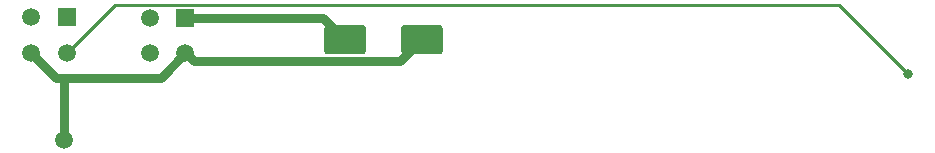
<source format=gbr>
%TF.GenerationSoftware,KiCad,Pcbnew,(5.1.6)-1*%
%TF.CreationDate,2020-11-25T18:04:35+11:00*%
%TF.ProjectId,Left Circuit Breaker PCB V1,4c656674-2043-4697-9263-756974204272,rev?*%
%TF.SameCoordinates,Original*%
%TF.FileFunction,Copper,L2,Bot*%
%TF.FilePolarity,Positive*%
%FSLAX46Y46*%
G04 Gerber Fmt 4.6, Leading zero omitted, Abs format (unit mm)*
G04 Created by KiCad (PCBNEW (5.1.6)-1) date 2020-11-25 18:04:35*
%MOMM*%
%LPD*%
G01*
G04 APERTURE LIST*
%TA.AperFunction,ComponentPad*%
%ADD10C,1.520000*%
%TD*%
%TA.AperFunction,ComponentPad*%
%ADD11R,1.520000X1.520000*%
%TD*%
%TA.AperFunction,ViaPad*%
%ADD12C,1.500000*%
%TD*%
%TA.AperFunction,ViaPad*%
%ADD13C,0.800000*%
%TD*%
%TA.AperFunction,Conductor*%
%ADD14C,0.750000*%
%TD*%
%TA.AperFunction,Conductor*%
%ADD15C,0.250000*%
%TD*%
G04 APERTURE END LIST*
D10*
%TO.P,J2,4*%
%TO.N,/LEDGND*%
X117777001Y-63350399D03*
%TO.P,J2,3*%
%TO.N,Net-(D14-Pad2)*%
X120777000Y-63350399D03*
%TO.P,J2,2*%
%TO.N,/LED+5V*%
X117777001Y-60350400D03*
D11*
%TO.P,J2,1*%
%TO.N,Net-(J1-Pad2)*%
X120777000Y-60350400D03*
%TD*%
D10*
%TO.P,J1,4*%
%TO.N,Net-(D1-Pad4)*%
X127835001Y-63375799D03*
%TO.P,J1,3*%
%TO.N,/LEDGND*%
X130835000Y-63375799D03*
%TO.P,J1,2*%
%TO.N,Net-(J1-Pad2)*%
X127835001Y-60375800D03*
D11*
%TO.P,J1,1*%
%TO.N,/LED+5V*%
X130835000Y-60375800D03*
%TD*%
%TO.P,C1,2*%
%TO.N,/LEDGND*%
%TA.AperFunction,SMDPad,CuDef*%
G36*
G01*
X149101000Y-63230000D02*
X149101000Y-61230000D01*
G75*
G02*
X149351000Y-60980000I250000J0D01*
G01*
X152351000Y-60980000D01*
G75*
G02*
X152601000Y-61230000I0J-250000D01*
G01*
X152601000Y-63230000D01*
G75*
G02*
X152351000Y-63480000I-250000J0D01*
G01*
X149351000Y-63480000D01*
G75*
G02*
X149101000Y-63230000I0J250000D01*
G01*
G37*
%TD.AperFunction*%
%TO.P,C1,1*%
%TO.N,/LED+5V*%
%TA.AperFunction,SMDPad,CuDef*%
G36*
G01*
X142601000Y-63230000D02*
X142601000Y-61230000D01*
G75*
G02*
X142851000Y-60980000I250000J0D01*
G01*
X145851000Y-60980000D01*
G75*
G02*
X146101000Y-61230000I0J-250000D01*
G01*
X146101000Y-63230000D01*
G75*
G02*
X145851000Y-63480000I-250000J0D01*
G01*
X142851000Y-63480000D01*
G75*
G02*
X142601000Y-63230000I0J250000D01*
G01*
G37*
%TD.AperFunction*%
%TD*%
D12*
%TO.N,/LEDGND*%
X120534700Y-70772300D03*
D13*
%TO.N,Net-(D14-Pad2)*%
X191990600Y-65132100D03*
%TD*%
D14*
%TO.N,/LEDGND*%
X120534700Y-65482600D02*
X119909200Y-65482600D01*
X119909200Y-65482600D02*
X117777000Y-63350400D01*
X130835000Y-63375800D02*
X128728200Y-65482600D01*
X128728200Y-65482600D02*
X120534700Y-65482600D01*
X120534700Y-65482600D02*
X120534700Y-70772300D01*
X130835000Y-63375800D02*
X131522700Y-64063500D01*
X131522700Y-64063500D02*
X149017500Y-64063500D01*
X149017500Y-64063500D02*
X150851000Y-62230000D01*
%TO.N,/LED+5V*%
X144351000Y-62230000D02*
X142496800Y-60375800D01*
X142496800Y-60375800D02*
X130835000Y-60375800D01*
D15*
%TO.N,Net-(D14-Pad2)*%
X120777000Y-63350400D02*
X124838700Y-59288700D01*
X124838700Y-59288700D02*
X186147200Y-59288700D01*
X186147200Y-59288700D02*
X191990600Y-65132100D01*
%TD*%
M02*

</source>
